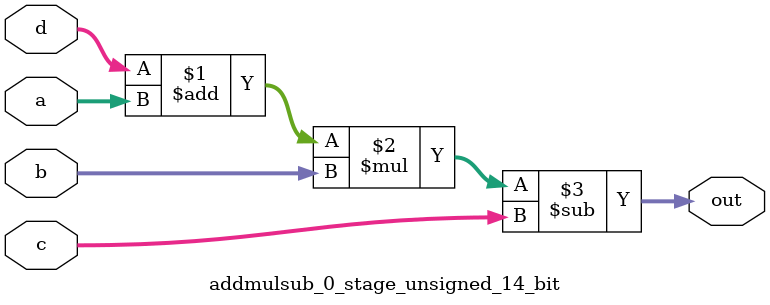
<source format=sv>
(* use_dsp = "yes" *) module addmulsub_0_stage_unsigned_14_bit(
	input  [13:0] a,
	input  [13:0] b,
	input  [13:0] c,
	input  [13:0] d,
	output [13:0] out
	);

	assign out = ((d + a) * b) - c;
endmodule

</source>
